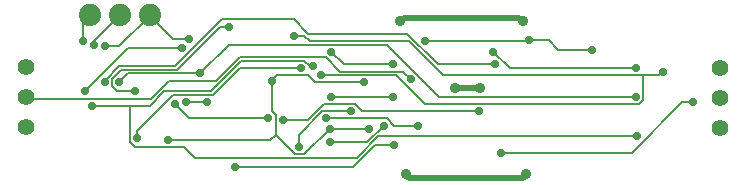
<source format=gbr>
G04 EAGLE Gerber RS-274X export*
G75*
%MOMM*%
%FSLAX34Y34*%
%LPD*%
%INBottom Copper*%
%IPPOS*%
%AMOC8*
5,1,8,0,0,1.08239X$1,22.5*%
G01*
%ADD10C,1.400000*%
%ADD11C,1.879600*%
%ADD12C,0.906400*%
%ADD13C,0.508000*%
%ADD14C,0.152400*%
%ADD15C,0.706400*%


D10*
X605000Y97940D03*
X605000Y72540D03*
X605000Y47140D03*
X17360Y47700D03*
X17360Y73100D03*
X17360Y98500D03*
D11*
X121920Y142240D03*
X96520Y142240D03*
X71120Y142240D03*
D12*
X440690Y7620D03*
D13*
X437896Y4826D01*
X341884Y4826D02*
X339090Y7620D01*
D12*
X339090Y7620D03*
D13*
X341884Y4826D02*
X437896Y4826D01*
D14*
X327660Y73152D02*
X275844Y73152D01*
X149352Y114300D02*
X103632Y114300D01*
X67056Y77724D01*
D15*
X327660Y73152D03*
X275844Y73152D03*
X149352Y114300D03*
X67056Y77724D03*
D12*
X438150Y137160D03*
D13*
X435136Y140174D01*
D12*
X334010Y137160D03*
D13*
X337024Y140174D02*
X435136Y140174D01*
X337024Y140174D02*
X334010Y137160D01*
D14*
X252984Y124968D02*
X243840Y124968D01*
X252984Y124968D02*
X257556Y120396D01*
X341376Y120396D01*
X370332Y91440D01*
X539496Y91440D02*
X553212Y91440D01*
X539496Y91440D02*
X370332Y91440D01*
X553212Y91440D02*
X556260Y94488D01*
X330708Y91440D02*
X266700Y91440D01*
X330708Y91440D02*
X355092Y67056D01*
X536448Y67056D01*
X539496Y70104D01*
X539496Y91440D01*
D15*
X243840Y124968D03*
X556260Y94488D03*
X266700Y91440D03*
D14*
X260604Y99060D02*
X257556Y99060D01*
X252984Y103632D01*
X199644Y103632D01*
X173736Y77724D01*
X134112Y77724D01*
X121920Y65532D01*
X105156Y65532D02*
X73152Y65532D01*
X105156Y65532D02*
X121920Y65532D01*
X315468Y39624D02*
X534924Y39624D01*
X315468Y39624D02*
X297180Y21336D01*
X160020Y21336D01*
X150876Y30480D01*
X109728Y30480D01*
X105156Y35052D01*
X105156Y65532D01*
D15*
X260604Y99060D03*
X73152Y65532D03*
X534924Y39624D03*
D14*
X533400Y97536D02*
X426720Y97536D01*
X413004Y111252D01*
D15*
X533400Y97536D03*
X413004Y111252D03*
D14*
X573024Y68580D02*
X582168Y68580D01*
X573024Y68580D02*
X530352Y25908D01*
X419100Y25908D01*
D15*
X582168Y68580D03*
X419100Y25908D03*
D14*
X249936Y97536D02*
X198120Y97536D01*
X175260Y74676D01*
X141732Y74676D01*
X111252Y44196D01*
X111252Y38100D01*
D15*
X249936Y97536D03*
X111252Y38100D03*
D12*
X401955Y80645D03*
D13*
X381635Y80645D01*
X381000Y80010D01*
X380365Y80645D01*
D12*
X380365Y80645D03*
D14*
X96012Y115824D02*
X83820Y115824D01*
X96012Y115824D02*
X121920Y141732D01*
X141732Y121920D02*
X155448Y121920D01*
X141732Y121920D02*
X121920Y141732D01*
X121920Y142240D01*
X286512Y100584D02*
X327660Y100584D01*
X286512Y100584D02*
X275844Y111252D01*
D15*
X83820Y115824D03*
X155448Y121920D03*
X327660Y100584D03*
X275844Y111252D03*
D14*
X74676Y117348D02*
X74676Y120396D01*
X96520Y142240D01*
X442976Y120904D02*
X459740Y120904D01*
X467868Y112776D01*
X496824Y112776D01*
X307848Y45720D02*
X274320Y45720D01*
X225552Y60960D02*
X225552Y86868D01*
X225552Y60960D02*
X228600Y57912D01*
X228600Y41148D01*
X245364Y24384D01*
X252984Y24384D01*
X274320Y45720D01*
X442468Y120396D02*
X442976Y120904D01*
X442468Y120396D02*
X355092Y120396D01*
X303276Y85344D02*
X262128Y85344D01*
X256032Y91440D01*
X230124Y91440D01*
X225552Y86868D01*
X224028Y36576D02*
X137160Y36576D01*
X224028Y36576D02*
X228600Y41148D01*
D15*
X74676Y117348D03*
X442976Y120904D03*
X496824Y112776D03*
X307848Y45720D03*
X274320Y45720D03*
X225552Y86868D03*
X355092Y120396D03*
X303276Y85344D03*
X137160Y36576D03*
D14*
X123444Y71628D02*
X18288Y71628D01*
X123444Y71628D02*
X138684Y86868D01*
X178308Y86868D01*
X198120Y106680D01*
X271272Y106680D01*
X283464Y94488D01*
X336804Y94488D01*
X342900Y88392D01*
X18288Y71628D02*
X17360Y73100D01*
D15*
X342900Y88392D03*
D14*
X164592Y92964D02*
X103632Y92964D01*
X96012Y85344D01*
X367284Y73152D02*
X533400Y73152D01*
X367284Y73152D02*
X323088Y117348D01*
X188976Y117348D01*
X164592Y92964D01*
D15*
X164592Y92964D03*
X96012Y85344D03*
X533400Y73152D03*
D14*
X400812Y60960D02*
X301752Y60960D01*
X295656Y67056D01*
X269748Y67056D01*
X256032Y53340D01*
X234696Y53340D01*
X222504Y54864D02*
X155448Y54864D01*
X143256Y67056D01*
D15*
X400812Y60960D03*
X234696Y53340D03*
X222504Y54864D03*
X143256Y67056D03*
D14*
X365760Y100584D02*
X414528Y100584D01*
X365760Y100584D02*
X339852Y126492D01*
X256032Y126492D01*
X243840Y138684D01*
X182880Y138684D01*
X143256Y99060D01*
X96012Y99060D01*
X83820Y86868D01*
X83820Y85344D01*
X152400Y68580D02*
X170688Y68580D01*
D15*
X414528Y100584D03*
X83820Y85344D03*
X152400Y68580D03*
X170688Y68580D03*
D14*
X181356Y132588D02*
X188976Y132588D01*
X181356Y132588D02*
X144780Y96012D01*
X97536Y96012D01*
X89916Y88392D01*
X89916Y82296D01*
X94488Y77724D01*
X109728Y77724D01*
D15*
X188976Y132588D03*
X109728Y77724D03*
D14*
X65532Y120396D02*
X65532Y137160D01*
X70104Y141732D01*
X71120Y142240D01*
D15*
X65532Y120396D03*
D14*
X329184Y48768D02*
X348996Y48768D01*
X329184Y48768D02*
X323088Y54864D01*
X271272Y54864D01*
D15*
X348996Y48768D03*
X271272Y54864D03*
D14*
X312420Y32004D02*
X329184Y32004D01*
X312420Y32004D02*
X294386Y13970D01*
X194056Y13970D01*
D15*
X329184Y32004D03*
X194056Y13970D03*
D14*
X306324Y35052D02*
X320040Y48768D01*
X306324Y35052D02*
X274320Y35052D01*
D15*
X320040Y48768D03*
X274320Y35052D03*
D14*
X268224Y60960D02*
X292608Y60960D01*
X268224Y60960D02*
X248412Y41148D01*
X248412Y30480D01*
D15*
X292608Y60960D03*
X248412Y30480D03*
M02*

</source>
